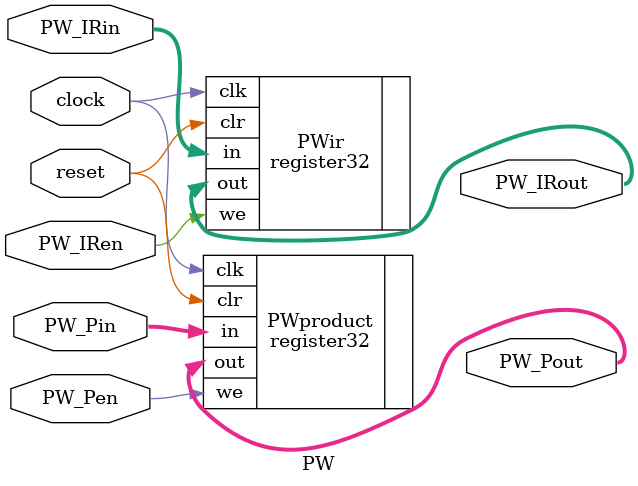
<source format=v>
module PW(PW_Pin, PW_Pout, PW_IRin, PW_IRout, PW_IRen, PW_Pen, clock, reset);
    input PW_Pen, PW_IRen, clock, reset;
    input [31:0] PW_Pin, PW_IRin;
    output [31:0] PW_Pout, PW_IRout;

    register32 PWproduct(.out(PW_Pout), .in(PW_Pin), .clk(clock), .we(PW_Pen), .clr(reset));
    register32 PWir(.out(PW_IRout), .in(PW_IRin), .clk(clock), .we(PW_IRen), .clr(reset));

endmodule

</source>
